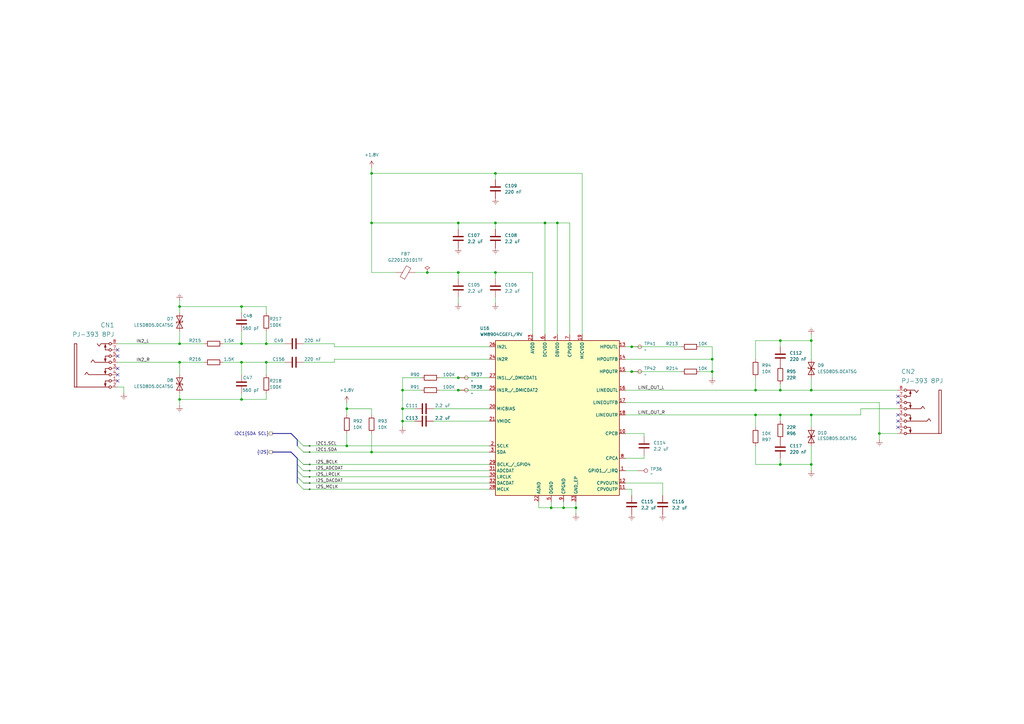
<source format=kicad_sch>
(kicad_sch (version 20231120) (generator "eeschema") (generator_version "8.0")
  (paper "A3")
  (title_block (title "i.MX6 Demo Board") (date "2024-05-26") (rev "00") (company "ts-manuel"))
  (lib_symbols
    (symbol "-- database:Capacitors/CAP_0402-220n-16V-X7R-10%" (pin_numbers hide) (pin_names (offset 0.254))
      (property "Reference" "C" (at 0.635 2.54 0))
      (property "Value" "220 nF" (at 0.635 -2.54 0))
      (symbol "Capacitors/CAP_0402-220n-16V-X7R-10%_1_1"
        (pin passive line (at 0 3.81 270) (length 2.794) (name "~") (number "1"))
        (pin passive line (at 0 -3.81 90) (length 2.794) (name "~") (number "2"))
      )
    )
    (symbol "-- database:Capacitors/CAP_0402-560p-50V-NP0-5%" (pin_numbers hide) (pin_names (offset 0.254))
      (property "Reference" "C" (at 0.635 2.54 0))
      (property "Value" "560 pF" (at 0.635 -2.54 0))
      (symbol "Capacitors/CAP_0402-560p-50V-NP0-5%_1_1"
        (pin passive line (at 0 3.81 270) (length 2.794) (name "~") (number "1"))
        (pin passive line (at 0 -3.81 90) (length 2.794) (name "~") (number "2"))
      )
    )
    (symbol "-- database:Capacitors/CAP_0603-2.2u-16V-X5R-10%" (pin_numbers hide) (pin_names (offset 0.254))
      (property "Reference" "C" (at 0.635 2.54 0))
      (property "Value" "2.2 uF" (at 0.635 -2.54 0))
      (symbol "Capacitors/CAP_0603-2.2u-16V-X5R-10%_1_1"
        (pin passive line (at 0 3.81 270) (length 2.794) (name "~") (number "1"))
        (pin passive line (at 0 -3.81 90) (length 2.794) (name "~") (number "2"))
      )
    )
    (symbol "-- database:Diodes/TVS_LESD8D5.0CAT5G" (pin_numbers hide) (pin_names (offset 1.016) hide)
      (property "Reference" "D" (at 0 2.54 0))
      (property "Value" "LESD8D5.0CAT5G" (at 0 -2.54 0))
      (symbol "Diodes/TVS_LESD8D5.0CAT5G_1_1"
        (pin passive line (at -3.81 0 0) (length 2.54) (name "A1") (number "1"))
        (pin passive line (at 3.81 0 180) (length 2.54) (name "A2") (number "2"))
      )
    )
    (symbol "-- database:Generic/FB_GZ2012D101TF" (pin_numbers hide) (pin_names (offset 0))
      (property "Reference" "FB" (at -3.81 0.635 90))
      (property "Value" "GZ2012D101TF" (at 3.81 0 90))
      (symbol "Generic/FB_GZ2012D101TF_1_1"
        (pin passive line (at 0 3.81 270) (length 2.54) (name "~") (number "1"))
        (pin passive line (at 0 -3.81 90) (length 2.54) (name "~") (number "2"))
      )
    )
    (symbol "-- database:Generic/TP_ROUND-1PAD" (pin_numbers hide) (pin_names (offset 0.762) hide)
      (property "Reference" "TP" (at 0 6.858 0))
      (symbol "Generic/TP_ROUND-1PAD_1_1"
        (pin passive line (at 0 0 90) (length 2.54) (name "1") (number "1"))
      )
    )
    (symbol "-- database:Integrated/INT-WM8904CGEFL/RV"
      (property "Reference" "U" (at -0.635 3.175 0))
      (property "Value" "WM8904CGEFL/RV" (at -1.27 0.635 0))
      (symbol "Integrated/INT-WM8904CGEFL/RV_1_0"
        (pin bidirectional line (at 53.34 -53.34 180) (length 2.54) (name "GPIO1_/_IRQ") (number "1"))
        (pin passive line (at 53.34 -38.1 180) (length 2.54) (name "CPCB") (number "10"))
        (pin passive line (at 53.34 -60.96 180) (length 2.54) (name "CPVOUTP") (number "11"))
        (pin passive line (at 53.34 -58.42 180) (length 2.54) (name "CPVOUTN") (number "12"))
        (pin passive line (at 53.34 -2.54 180) (length 2.54) (name "HPOUTL") (number "13"))
        (pin passive line (at 53.34 -7.62 180) (length 2.54) (name "HPOUTFB") (number "14"))
        (pin passive line (at 53.34 -12.7 180) (length 2.54) (name "HPOUTR") (number "15"))
        (pin passive line (at 53.34 -20.32 180) (length 2.54) (name "LINEOUTL") (number "16"))
        (pin passive line (at 53.34 -25.4 180) (length 2.54) (name "LINEOUTFB") (number "17"))
        (pin passive line (at 53.34 -30.48 180) (length 2.54) (name "LINEOUTR") (number "18"))
        (pin power_in line (at 35.56 2.54 270) (length 2.54) (name "MICVDD") (number "19"))
        (pin input line (at -2.54 -43.18 0) (length 2.54) (name "SCLK") (number "2"))
        (pin passive line (at -2.54 -27.94 0) (length 2.54) (name "MICBIAS") (number "20"))
        (pin passive line (at -2.54 -33.02 0) (length 2.54) (name "VMIDC") (number "21"))
        (pin power_in line (at 17.78 -66.04 90) (length 2.54) (name "AGND") (number "22"))
        (pin power_in line (at 15.24 2.54 270) (length 2.54) (name "AVDD") (number "23"))
        (pin passive line (at -2.54 -7.62 0) (length 2.54) (name "IN2R") (number "24"))
        (pin passive line (at -2.54 -20.32 0) (length 2.54) (name "IN1R_/_DMICDAT2") (number "25"))
        (pin passive line (at -2.54 -2.54 0) (length 2.54) (name "IN2L") (number "26"))
        (pin passive line (at -2.54 -15.24 0) (length 2.54) (name "IN1L_/_DMICDAT1") (number "27"))
        (pin input line (at -2.54 -60.96 0) (length 2.54) (name "MCLK") (number "28"))
        (pin bidirectional line (at -2.54 -50.8 0) (length 2.54) (name "BCLK_/_GPIO4") (number "29"))
        (pin bidirectional line (at -2.54 -45.72 0) (length 2.54) (name "SDA") (number "3"))
        (pin bidirectional line (at -2.54 -55.88 0) (length 2.54) (name "LRCLK") (number "30"))
        (pin output line (at -2.54 -53.34 0) (length 2.54) (name "ADCDAT") (number "31"))
        (pin input line (at -2.54 -58.42 0) (length 2.54) (name "DACDAT") (number "32"))
        (pin power_in line (at 33.02 -66.04 90) (length 2.54) (name "GND_EP") (number "33"))
        (pin power_in line (at 25.4 2.54 270) (length 2.54) (name "DBVDD") (number "4"))
        (pin power_in line (at 22.86 -66.04 90) (length 2.54) (name "DGND") (number "5"))
        (pin power_in line (at 20.32 2.54 270) (length 2.54) (name "DCVDD") (number "6"))
        (pin power_in line (at 30.48 2.54 270) (length 2.54) (name "CPVDD") (number "7"))
        (pin passive line (at 53.34 -48.26 180) (length 2.54) (name "CPCA") (number "8"))
        (pin power_in line (at 27.94 -66.04 90) (length 2.54) (name "CPGND") (number "9"))
      )
    )
    (symbol "-- database:Mechanical/Jack_SMD_3.5mm_PJ-393-8PJ"
      (property "Reference" "J" (at 11.43 6.35 0))
      (property "Value" "PJ-393 8PJ" (at 10.16 0.635 0))
      (symbol "Mechanical/Jack_SMD_3.5mm_PJ-393-8PJ_1_0"
        (pin passive line (at 2.54 7.62 180) (length 2.54) (name "C1") (number "1"))
        (pin passive line (at 2.54 10.16 180) (length 2.54) (name "S") (number "2"))
        (pin passive line (at 2.54 2.54 180) (length 2.54) (name "T") (number "3"))
        (pin passive line (at 2.54 5.08 180) (length 2.54) (name "C2") (number "4"))
        (pin passive line (at 2.54 -2.54 180) (length 2.54) (name "C1") (number "5"))
        (pin passive line (at 2.54 0 180) (length 2.54) (name "S") (number "6"))
        (pin passive line (at 2.54 -5.08 180) (length 2.54) (name "C2") (number "7"))
        (pin passive line (at 2.54 -7.62 180) (length 2.54) (name "T") (number "8"))
      )
    )
    (symbol "-- database:Resistors/RES-SMD-0402-100K-1/16W-1%" (pin_numbers hide) (pin_names (offset 0))
      (property "Reference" "R" (at 2.032 0 90))
      (property "Value" "100K" (at 0 0 90))
      (symbol "Resistors/RES-SMD-0402-100K-1/16W-1%_1_1"
        (pin passive line (at 0 3.81 270) (length 1.27) (name "~") (number "1"))
        (pin passive line (at 0 -3.81 90) (length 1.27) (name "~") (number "2"))
      )
    )
    (symbol "-- database:Resistors/RES-SMD-0402-10K-1/16W-1%" (pin_numbers hide) (pin_names (offset 0))
      (property "Reference" "R" (at 2.032 0 90))
      (property "Value" "10K" (at 0 0 90))
      (symbol "Resistors/RES-SMD-0402-10K-1/16W-1%_1_1"
        (pin passive line (at 0 3.81 270) (length 1.27) (name "~") (number "1"))
        (pin passive line (at 0 -3.81 90) (length 1.27) (name "~") (number "2"))
      )
    )
    (symbol "-- database:Resistors/RES-SMD-0402-1K5-1/16W-1%" (pin_numbers hide) (pin_names (offset 0))
      (property "Reference" "R" (at 2.032 0 90))
      (property "Value" "1.5K" (at 0 0 90))
      (symbol "Resistors/RES-SMD-0402-1K5-1/16W-1%_1_1"
        (pin passive line (at 0 3.81 270) (length 1.27) (name "~") (number "1"))
        (pin passive line (at 0 -3.81 90) (length 1.27) (name "~") (number "2"))
      )
    )
    (symbol "-- database:Resistors/RES-SMD-0402-22R-1/16W-1%" (pin_numbers hide) (pin_names (offset 0))
      (property "Reference" "R" (at 2.032 0 90))
      (property "Value" "22R" (at 0 0 90))
      (symbol "Resistors/RES-SMD-0402-22R-1/16W-1%_1_1"
        (pin passive line (at 0 3.81 270) (length 1.27) (name "~") (number "1"))
        (pin passive line (at 0 -3.81 90) (length 1.27) (name "~") (number "2"))
      )
    )
    (symbol "power:+9VA" (power) (pin_numbers hide) (pin_names (offset 0) hide)
      (property "Value" "+9VA" (at 0 3.556 0))
      (symbol "+9VA_1_1"
        (pin power_in line (at 0 0 90) (length 0) (name "~") (number "1"))
      )
    )
    (symbol "power:GNDREF" (power) (pin_numbers hide) (pin_names (offset 0) hide)
      (property "Value" "GNDREF" (at 0 -3.81 0))
      (symbol "GNDREF_1_1"
        (pin power_in line (at 0 0 270) (length 0) (name "~") (number "1"))
      )
    )
    (symbol "power:PWR_FLAG" (power) (pin_numbers hide) (pin_names (offset 0) hide)
      (property "Value" "PWR_FLAG" (at 0 3.81 0))
      (symbol "PWR_FLAG_0_0"
        (pin power_out line (at 0 0 90) (length 0) (name "~") (number "1"))
      )
    )
  )
  (junction (at 332.74 170.18))
  (junction (at 99.06 163.83))
  (junction (at 332.74 160.02))
  (junction (at 109.22 148.59))
  (junction (at 332.74 139.7))
  (junction (at 99.06 148.59))
  (junction (at 165.1 172.72))
  (junction (at 109.22 140.97))
  (junction (at 259.08 142.24))
  (junction (at 223.52 91.44))
  (junction (at 187.96 160.02))
  (junction (at 236.22 208.28))
  (junction (at 165.1 167.64))
  (junction (at 142.24 167.64))
  (junction (at 320.04 160.02))
  (junction (at 73.66 148.59))
  (junction (at 99.06 125.73))
  (junction (at 332.74 190.5))
  (junction (at 320.04 190.5))
  (junction (at 142.24 182.88))
  (junction (at 187.96 111.76))
  (junction (at 320.04 139.7))
  (junction (at 175.26 111.76))
  (junction (at 152.4 91.44))
  (junction (at 231.14 208.28))
  (junction (at 292.1 147.32))
  (junction (at 73.66 140.97))
  (junction (at 360.68 177.8))
  (junction (at 226.06 208.28))
  (junction (at 203.2 111.76))
  (junction (at 165.1 160.02))
  (junction (at 228.6 91.44))
  (junction (at 320.04 170.18))
  (junction (at 187.96 154.94))
  (junction (at 259.08 152.4))
  (junction (at 309.88 160.02))
  (junction (at 309.88 170.18))
  (junction (at 203.2 71.12))
  (junction (at 73.66 163.83))
  (junction (at 99.06 140.97))
  (junction (at 292.1 152.4))
  (junction (at 73.66 125.73))
  (junction (at 187.96 91.44))
  (junction (at 152.4 71.12))
  (junction (at 203.2 91.44))
  (junction (at 152.4 185.42))
  (no_connect (at 368.3 162.56))
  (no_connect (at 48.26 143.51))
  (no_connect (at 368.3 165.1))
  (no_connect (at 48.26 156.21))
  (no_connect (at 368.3 175.26))
  (no_connect (at 368.3 170.18))
  (no_connect (at 48.26 151.13))
  (no_connect (at 368.3 172.72))
  (no_connect (at 48.26 146.05))
  (no_connect (at 48.26 153.67))
  (bus_entry (at 121.92 187.96) (size 2.54 2.54))
  (bus_entry (at 121.92 198.12) (size 2.54 2.54))
  (bus_entry (at 121.92 190.5) (size 2.54 2.54))
  (bus_entry (at 121.92 182.88) (size 2.54 2.54))
  (bus_entry (at 121.92 193.04) (size 2.54 2.54))
  (bus_entry (at 121.92 195.58) (size 2.54 2.54))
  (bus_entry (at 121.92 180.34) (size 2.54 2.54))
  (wire (pts (xy 165.1 154.94) (xy 165.1 160.02)))
  (wire (pts (xy 124.46 185.42) (xy 152.4 185.42)))
  (wire (pts (xy 320.04 139.7) (xy 332.74 139.7)))
  (wire (pts (xy 203.2 93.98) (xy 203.2 91.44)))
  (wire (pts (xy 73.66 153.67) (xy 73.66 148.59)))
  (wire (pts (xy 236.22 208.28) (xy 231.14 208.28)))
  (wire (pts (xy 137.16 147.32) (xy 137.16 148.59)))
  (bus (pts (xy 111.76 185.42) (xy 119.38 185.42)))
  (wire (pts (xy 50.8 158.75) (xy 48.26 158.75)))
  (bus (pts (xy 121.92 193.04) (xy 121.92 195.58)))
  (wire (pts (xy 200.66 185.42) (xy 152.4 185.42)))
  (wire (pts (xy 231.14 208.28) (xy 226.06 208.28)))
  (wire (pts (xy 116.84 140.97) (xy 109.22 140.97)))
  (wire (pts (xy 228.6 91.44) (xy 233.68 91.44)))
  (wire (pts (xy 360.68 177.8) (xy 360.68 165.1)))
  (wire (pts (xy 124.46 148.59) (xy 137.16 148.59)))
  (bus (pts (xy 121.92 180.34) (xy 119.38 177.8)))
  (wire (pts (xy 223.52 91.44) (xy 223.52 137.16)))
  (wire (pts (xy 309.88 182.88) (xy 309.88 190.5)))
  (wire (pts (xy 220.98 208.28) (xy 220.98 205.74)))
  (wire (pts (xy 175.26 111.76) (xy 187.96 111.76)))
  (wire (pts (xy 231.14 208.28) (xy 231.14 205.74)))
  (wire (pts (xy 309.88 160.02) (xy 320.04 160.02)))
  (wire (pts (xy 309.88 170.18) (xy 320.04 170.18)))
  (wire (pts (xy 309.88 147.32) (xy 309.88 139.7)))
  (wire (pts (xy 50.8 158.75) (xy 50.8 161.29)))
  (wire (pts (xy 259.08 203.2) (xy 259.08 200.66)))
  (wire (pts (xy 99.06 163.83) (xy 73.66 163.83)))
  (wire (pts (xy 203.2 114.3) (xy 203.2 111.76)))
  (bus (pts (xy 121.92 187.96) (xy 119.38 185.42)))
  (wire (pts (xy 137.16 142.24) (xy 200.66 142.24)))
  (wire (pts (xy 152.4 71.12) (xy 152.4 91.44)))
  (wire (pts (xy 109.22 148.59) (xy 99.06 148.59)))
  (wire (pts (xy 124.46 200.66) (xy 200.66 200.66)))
  (wire (pts (xy 187.96 124.46) (xy 187.96 121.92)))
  (wire (pts (xy 309.88 154.94) (xy 309.88 160.02)))
  (wire (pts (xy 177.8 172.72) (xy 200.66 172.72)))
  (wire (pts (xy 109.22 135.89) (xy 109.22 140.97)))
  (wire (pts (xy 256.54 160.02) (xy 309.88 160.02)))
  (wire (pts (xy 109.22 125.73) (xy 99.06 125.73)))
  (wire (pts (xy 165.1 175.26) (xy 165.1 172.72)))
  (wire (pts (xy 292.1 147.32) (xy 292.1 152.4)))
  (wire (pts (xy 99.06 161.29) (xy 99.06 163.83)))
  (wire (pts (xy 142.24 167.64) (xy 142.24 170.18)))
  (wire (pts (xy 332.74 170.18) (xy 353.06 170.18)))
  (wire (pts (xy 256.54 152.4) (xy 259.08 152.4)))
  (wire (pts (xy 218.44 137.16) (xy 218.44 111.76)))
  (wire (pts (xy 287.02 142.24) (xy 292.1 142.24)))
  (wire (pts (xy 256.54 142.24) (xy 259.08 142.24)))
  (wire (pts (xy 320.04 170.18) (xy 332.74 170.18)))
  (wire (pts (xy 124.46 182.88) (xy 142.24 182.88)))
  (bus (pts (xy 121.92 190.5) (xy 121.92 193.04)))
  (wire (pts (xy 187.96 154.94) (xy 180.34 154.94)))
  (wire (pts (xy 187.96 93.98) (xy 187.96 91.44)))
  (wire (pts (xy 368.3 167.64) (xy 353.06 167.64)))
  (wire (pts (xy 109.22 161.29) (xy 109.22 163.83)))
  (wire (pts (xy 109.22 148.59) (xy 109.22 153.67)))
  (wire (pts (xy 48.26 148.59) (xy 73.66 148.59)))
  (wire (pts (xy 73.66 123.19) (xy 73.66 125.73)))
  (wire (pts (xy 203.2 91.44) (xy 223.52 91.44)))
  (wire (pts (xy 99.06 125.73) (xy 73.66 125.73)))
  (wire (pts (xy 320.04 190.5) (xy 332.74 190.5)))
  (wire (pts (xy 116.84 148.59) (xy 109.22 148.59)))
  (wire (pts (xy 73.66 161.29) (xy 73.66 163.83)))
  (wire (pts (xy 99.06 148.59) (xy 91.44 148.59)))
  (wire (pts (xy 152.4 68.58) (xy 152.4 71.12)))
  (wire (pts (xy 236.22 208.28) (xy 236.22 205.74)))
  (wire (pts (xy 320.04 160.02) (xy 332.74 160.02)))
  (wire (pts (xy 109.22 140.97) (xy 99.06 140.97)))
  (wire (pts (xy 165.1 160.02) (xy 165.1 167.64)))
  (wire (pts (xy 353.06 167.64) (xy 353.06 170.18)))
  (wire (pts (xy 152.4 167.64) (xy 152.4 170.18)))
  (wire (pts (xy 162.56 111.76) (xy 152.4 111.76)))
  (wire (pts (xy 99.06 148.59) (xy 99.06 153.67)))
  (wire (pts (xy 99.06 140.97) (xy 91.44 140.97)))
  (wire (pts (xy 203.2 111.76) (xy 187.96 111.76)))
  (wire (pts (xy 172.72 160.02) (xy 165.1 160.02)))
  (wire (pts (xy 309.88 190.5) (xy 320.04 190.5)))
  (wire (pts (xy 152.4 91.44) (xy 152.4 111.76)))
  (wire (pts (xy 226.06 208.28) (xy 220.98 208.28)))
  (wire (pts (xy 142.24 167.64) (xy 152.4 167.64)))
  (wire (pts (xy 218.44 111.76) (xy 203.2 111.76)))
  (wire (pts (xy 142.24 165.1) (xy 142.24 167.64)))
  (wire (pts (xy 203.2 71.12) (xy 238.76 71.12)))
  (wire (pts (xy 180.34 160.02) (xy 187.96 160.02)))
  (wire (pts (xy 99.06 135.89) (xy 99.06 140.97)))
  (wire (pts (xy 287.02 152.4) (xy 292.1 152.4)))
  (wire (pts (xy 152.4 91.44) (xy 187.96 91.44)))
  (wire (pts (xy 226.06 208.28) (xy 226.06 205.74)))
  (wire (pts (xy 332.74 139.7) (xy 332.74 147.32)))
  (wire (pts (xy 152.4 177.8) (xy 152.4 185.42)))
  (wire (pts (xy 177.8 167.64) (xy 200.66 167.64)))
  (wire (pts (xy 236.22 210.82) (xy 236.22 208.28)))
  (wire (pts (xy 360.68 177.8) (xy 360.68 180.34)))
  (wire (pts (xy 124.46 195.58) (xy 200.66 195.58)))
  (wire (pts (xy 332.74 190.5) (xy 332.74 193.04)))
  (wire (pts (xy 73.66 135.89) (xy 73.66 140.97)))
  (wire (pts (xy 238.76 137.16) (xy 238.76 71.12)))
  (wire (pts (xy 264.16 179.07) (xy 264.16 177.8)))
  (wire (pts (xy 73.66 125.73) (xy 73.66 128.27)))
  (wire (pts (xy 228.6 91.44) (xy 228.6 137.16)))
  (wire (pts (xy 124.46 190.5) (xy 200.66 190.5)))
  (wire (pts (xy 137.16 140.97) (xy 137.16 142.24)))
  (wire (pts (xy 292.1 152.4) (xy 292.1 154.94)))
  (wire (pts (xy 264.16 187.96) (xy 264.16 186.69)))
  (bus (pts (xy 121.92 187.96) (xy 121.92 190.5)))
  (wire (pts (xy 48.26 140.97) (xy 73.66 140.97)))
  (wire (pts (xy 175.26 111.76) (xy 170.18 111.76)))
  (wire (pts (xy 99.06 125.73) (xy 99.06 128.27)))
  (wire (pts (xy 152.4 71.12) (xy 203.2 71.12)))
  (wire (pts (xy 142.24 182.88) (xy 200.66 182.88)))
  (wire (pts (xy 264.16 177.8) (xy 256.54 177.8)))
  (wire (pts (xy 200.66 154.94) (xy 187.96 154.94)))
  (wire (pts (xy 259.08 142.24) (xy 279.4 142.24)))
  (wire (pts (xy 256.54 147.32) (xy 292.1 147.32)))
  (wire (pts (xy 124.46 193.04) (xy 200.66 193.04)))
  (bus (pts (xy 111.76 177.8) (xy 119.38 177.8)))
  (wire (pts (xy 73.66 163.83) (xy 73.66 166.37)))
  (wire (pts (xy 332.74 139.7) (xy 332.74 137.16)))
  (wire (pts (xy 83.82 140.97) (xy 73.66 140.97)))
  (wire (pts (xy 320.04 190.5) (xy 320.04 187.96)))
  (wire (pts (xy 332.74 175.26) (xy 332.74 170.18)))
  (wire (pts (xy 259.08 200.66) (xy 256.54 200.66)))
  (wire (pts (xy 256.54 170.18) (xy 309.88 170.18)))
  (wire (pts (xy 124.46 198.12) (xy 200.66 198.12)))
  (wire (pts (xy 332.74 154.94) (xy 332.74 160.02)))
  (wire (pts (xy 124.46 140.97) (xy 137.16 140.97)))
  (wire (pts (xy 332.74 160.02) (xy 368.3 160.02)))
  (wire (pts (xy 309.88 139.7) (xy 320.04 139.7)))
  (wire (pts (xy 165.1 172.72) (xy 165.1 167.64)))
  (wire (pts (xy 165.1 167.64) (xy 170.18 167.64)))
  (bus (pts (xy 121.92 180.34) (xy 121.92 182.88)))
  (wire (pts (xy 320.04 172.72) (xy 320.04 170.18)))
  (wire (pts (xy 83.82 148.59) (xy 73.66 148.59)))
  (wire (pts (xy 271.78 198.12) (xy 271.78 203.2)))
  (wire (pts (xy 256.54 198.12) (xy 271.78 198.12)))
  (wire (pts (xy 309.88 175.26) (xy 309.88 170.18)))
  (wire (pts (xy 320.04 157.48) (xy 320.04 160.02)))
  (wire (pts (xy 292.1 142.24) (xy 292.1 147.32)))
  (wire (pts (xy 203.2 73.66) (xy 203.2 71.12)))
  (wire (pts (xy 187.96 114.3) (xy 187.96 111.76)))
  (wire (pts (xy 203.2 124.46) (xy 203.2 121.92)))
  (wire (pts (xy 259.08 152.4) (xy 279.4 152.4)))
  (wire (pts (xy 320.04 139.7) (xy 320.04 142.24)))
  (wire (pts (xy 233.68 91.44) (xy 233.68 137.16)))
  (wire (pts (xy 172.72 154.94) (xy 165.1 154.94)))
  (wire (pts (xy 142.24 177.8) (xy 142.24 182.88)))
  (wire (pts (xy 187.96 160.02) (xy 200.66 160.02)))
  (bus (pts (xy 121.92 195.58) (xy 121.92 198.12)))
  (wire (pts (xy 109.22 125.73) (xy 109.22 128.27)))
  (wire (pts (xy 256.54 193.04) (xy 261.62 193.04)))
  (wire (pts (xy 137.16 147.32) (xy 200.66 147.32)))
  (wire (pts (xy 256.54 187.96) (xy 264.16 187.96)))
  (wire (pts (xy 256.54 165.1) (xy 360.68 165.1)))
  (wire (pts (xy 109.22 163.83) (xy 99.06 163.83)))
  (wire (pts (xy 368.3 177.8) (xy 360.68 177.8)))
  (wire (pts (xy 332.74 190.5) (xy 332.74 182.88)))
  (wire (pts (xy 165.1 172.72) (xy 170.18 172.72)))
  (wire (pts (xy 223.52 91.44) (xy 228.6 91.44)))
  (wire (pts (xy 187.96 91.44) (xy 203.2 91.44)))
  (label "I2C1.SCL" (at 129.54 182.88 0))
  (label "I2S_MCLK" (at 129.54 200.66 0))
  (label "I2S_LRCLK" (at 129.54 195.58 0))
  (label "IN2_R" (at 55.88 148.59 0))
  (label "IN2_L" (at 55.88 140.97 0))
  (label "LINE_OUT_R" (at 261.62 170.18 0))
  (label "I2S_DACDAT" (at 129.54 198.12 0))
  (label "I2C1.SDA" (at 129.54 185.42 0))
  (label "LINE_OUT_L" (at 261.62 160.02 0))
  (label "I2S_ADCDAT" (at 129.54 193.04 0))
  (label "I2S_BCLK" (at 129.54 190.5 0))
  (hierarchical_label "{I2S}" (shape passive) (at 111.76 185.42 180))
  (hierarchical_label "I2C1{SDA SCL}" (shape passive) (at 111.76 177.8 180))
  (netclass_flag "" (length 2.54) (shape dot) (at 124.46 193.04 270) (property "Netclass" "AUDIO_CODEC" (effects (hide yes))))
  (netclass_flag "" (length 2.54) (shape dot) (at 124.46 182.88 270) (property "Netclass" "AUDIO_CODEC" (effects (hide yes))))
  (netclass_flag "" (length 2.54) (shape dot) (at 124.46 195.58 270) (property "Netclass" "AUDIO_CODEC" (effects (hide yes))))
  (netclass_flag "" (length 2.54) (shape dot) (at 124.46 200.66 270) (property "Netclass" "AUDIO_CODEC" (effects (hide yes))))
  (netclass_flag "" (length 2.54) (shape dot) (at 124.46 190.5 270) (property "Netclass" "AUDIO_CODEC" (effects (hide yes))))
  (netclass_flag "" (length 2.54) (shape dot) (at 124.46 198.12 270) (property "Netclass" "AUDIO_CODEC" (effects (hide yes))))
  (netclass_flag "" (length 2.54) (shape dot) (at 124.46 185.42 270) (property "Netclass" "AUDIO_CODEC" (effects (hide yes))))
  (symbol (lib_id "-- database:Resistors/RES-SMD-0402-10K-1/16W-1%") (at 283.21 142.24 90) (unit 1)
    (property "Reference" "R213" (at 275.59 140.97 90))
    (property "Value" "10K" (at 288.29 140.97 90))
    (property "Footprint" "ts_Passives:RES-0402" (effects (hide yes)))
    (property "Description" "Thick Film Resistor - SMD 0402 10K 1% 1/16W" (effects (hide yes)))
    (property "Tollerance" "1%" (effects (hide yes)))
    (property "Power" "1/16W" (effects (hide yes)))
    (property "Manufacturer" "Generic" (effects (hide yes)))
    (property "Mouser" "303-0402WGF1002TCE" (effects (hide yes)))
    (property "LCSC" "C25744" (effects (hide yes)))
    (property "Stock" "0" (effects (hide yes)))
  )
  (symbol (lib_id "-- database:Generic/TP_ROUND-1PAD") (at 187.96 160.02 270) (unit 1) (in_bom no)
    (property "Reference" "TP38" (at 193.04 158.75 90) (effects (justify left)))
    (property "Value" "~" (at 193.04 161.29 90) (effects (justify left)))
    (property "Footprint" "ts_Mechanical:TestPoint_Pad_D0.5mm" (effects (hide yes)))
    (property "Description" "Test Point Round" (effects (hide yes)))
  )
  (symbol (lib_id "power:GNDREF") (at 203.2 81.28 0) (unit 1)
    (property "Reference" "#PWR0205" (effects (hide yes)))
    (property "Value" "GNDREF" (effects (hide yes)))
    (property "Description" "Power symbol creates a global label with name \"GNDREF\" , reference supply ground" (effects (hide yes)))
  )
  (symbol (lib_id "-- database:Resistors/RES-SMD-0402-10K-1/16W-1%") (at 309.88 179.07 0) (mirror x) (unit 1)
    (property "Reference" "R97" (at 312.42 180.3401 0) (effects (justify left)))
    (property "Value" "10K" (at 312.42 177.8001 0) (effects (justify left)))
    (property "Footprint" "ts_Passives:RES-0402" (effects (hide yes)))
    (property "Description" "Thick Film Resistor - SMD 0402 10K 1% 1/16W" (effects (hide yes)))
    (property "Tollerance" "1%" (effects (hide yes)))
    (property "Power" "1/16W" (effects (hide yes)))
    (property "Manufacturer" "Generic" (effects (hide yes)))
    (property "Mouser" "303-0402WGF1002TCE" (effects (hide yes)))
    (property "LCSC" "C25744" (effects (hide yes)))
    (property "Stock" "0" (effects (hide yes)))
  )
  (symbol (lib_id "-- database:Generic/TP_ROUND-1PAD") (at 187.96 154.94 270) (unit 1) (in_bom no)
    (property "Reference" "TP37" (at 193.04 153.67 90) (effects (justify left)))
    (property "Value" "~" (at 193.04 156.21 90) (effects (justify left)))
    (property "Footprint" "ts_Mechanical:TestPoint_Pad_D0.5mm" (effects (hide yes)))
    (property "Description" "Test Point Round" (effects (hide yes)))
  )
  (symbol (lib_id "-- database:Diodes/TVS_LESD8D5.0CAT5G") (at 332.74 151.13 90) (unit 1)
    (property "Reference" "D9" (at 335.28 149.8599 90) (effects (justify right)))
    (property "Value" "LESD8D5.0CAT5G" (at 335.28 152.4 90) (effects (justify right)))
    (property "Footprint" "ts_Passives:D_SOD-882" (effects (hide yes)))
    (property "Description" "TVS SMD SOD882 - Bidirectional TVS Single Channel 5V 500nA 15pF" (effects (hide yes)))
    (property "Forward Voltage" "5 V" (effects (hide yes)))
    (property "Reverse Voltage" "5 V" (effects (hide yes)))
    (property "Reverse Current" "500 nA" (effects (hide yes)))
    (property "Manufacturer" "LCR" (effects (hide yes)))
    (property "MPN" "LESD8D5.0CAT5G" (effects (hide yes)))
    (property "LCSC" "C172411" (effects (hide yes)))
    (property "Stock" "0" (effects (hide yes)))
  )
  (symbol (lib_id "-- database:Resistors/RES-SMD-0402-10K-1/16W-1%") (at 152.4 173.99 0) (unit 1)
    (property "Reference" "R93" (at 154.94 172.7199 0) (effects (justify left)))
    (property "Value" "10K" (at 154.94 175.2599 0) (effects (justify left)))
    (property "Footprint" "ts_Passives:RES-0402" (effects (hide yes)))
    (property "Description" "Thick Film Resistor - SMD 0402 10K 1% 1/16W" (effects (hide yes)))
    (property "Tollerance" "1%" (effects (hide yes)))
    (property "Power" "1/16W" (effects (hide yes)))
    (property "Manufacturer" "Generic" (effects (hide yes)))
    (property "Mouser" "303-0402WGF1002TCE" (effects (hide yes)))
    (property "LCSC" "C25744" (effects (hide yes)))
    (property "Stock" "0" (effects (hide yes)))
  )
  (symbol (lib_id "-- database:Capacitors/CAP_0603-2.2u-16V-X5R-10%") (at 203.2 97.79 0) (unit 1)
    (property "Reference" "C108" (at 207.01 96.5199 0) (effects (justify left)))
    (property "Value" "2.2 uF" (at 207.01 99.06 0) (effects (justify left)))
    (property "Footprint" "ts_Passives:CAP-0603" (effects (hide yes)))
    (property "Description" "MLCC - SMD 0603 2.2uF 16V X5R 10%" (effects (hide yes)))
    (property "Voltage" "16 V" (effects (hide yes)))
    (property "Dielectric" "X5R" (effects (hide yes)))
    (property "Tollerance" "10 %" (effects (hide yes)))
    (property "Manufacturer" "Generic" (effects (hide yes)))
    (property "Mouser" "187-CL21A225KBQNNNE" (effects (hide yes)))
    (property "LCSC" "C23630" (effects (hide yes)))
    (property "Stock" "0" (effects (hide yes)))
  )
  (symbol (lib_id "-- database:Diodes/TVS_LESD8D5.0CAT5G") (at 332.74 179.07 90) (mirror x) (unit 1)
    (property "Reference" "D10" (at 335.28 177.546 90) (effects (justify right)))
    (property "Value" "LESD8D5.0CAT5G" (at 335.28 179.8319 90) (effects (justify right)))
    (property "Footprint" "ts_Passives:D_SOD-882" (effects (hide yes)))
    (property "Description" "TVS SMD SOD882 - Bidirectional TVS Single Channel 5V 500nA 15pF" (effects (hide yes)))
    (property "Forward Voltage" "5 V" (effects (hide yes)))
    (property "Reverse Voltage" "5 V" (effects (hide yes)))
    (property "Reverse Current" "500 nA" (effects (hide yes)))
    (property "Manufacturer" "LCR" (effects (hide yes)))
    (property "MPN" "LESD8D5.0CAT5G" (effects (hide yes)))
    (property "LCSC" "C172411" (effects (hide yes)))
    (property "Stock" "0" (effects (hide yes)))
  )
  (symbol (lib_id "-- database:Resistors/RES-SMD-0402-100K-1/16W-1%") (at 176.53 154.94 90) (unit 1)
    (property "Reference" "R90" (at 170.18 153.67 90))
    (property "Value" "100K" (at 184.15 153.67 90))
    (property "Footprint" "ts_Passives:RES-0402" (effects (hide yes)))
    (property "Description" "Thick Film Resistor - SMD 0402 100K 1% 1/16W" (effects (hide yes)))
    (property "Tollerance" "1%" (effects (hide yes)))
    (property "Power" "1/16W" (effects (hide yes)))
    (property "Manufacturer" "Generic" (effects (hide yes)))
    (property "Mouser" "603-RC0402FR-0100KL" (effects (hide yes)))
    (property "LCSC" "C25741" (effects (hide yes)))
    (property "Stock" "0" (effects (hide yes)))
  )
  (symbol (lib_id "power:GNDREF") (at 292.1 154.94 0) (unit 1)
    (property "Reference" "#PWR0193" (effects (hide yes)))
    (property "Value" "GNDREF" (effects (hide yes)))
    (property "Description" "Power symbol creates a global label with name \"GNDREF\" , reference supply ground" (effects (hide yes)))
  )
  (symbol (lib_id "-- database:Capacitors/CAP_0603-2.2u-16V-X5R-10%") (at 259.08 207.01 0) (unit 1)
    (property "Reference" "C115" (at 262.89 205.7399 0) (effects (justify left)))
    (property "Value" "2.2 uF" (at 262.89 208.2799 0) (effects (justify left)))
    (property "Footprint" "ts_Passives:CAP-0603" (effects (hide yes)))
    (property "Description" "MLCC - SMD 0603 2.2uF 16V X5R 10%" (effects (hide yes)))
    (property "Voltage" "16 V" (effects (hide yes)))
    (property "Dielectric" "X5R" (effects (hide yes)))
    (property "Tollerance" "10 %" (effects (hide yes)))
    (property "Manufacturer" "Generic" (effects (hide yes)))
    (property "Mouser" "187-CL21A225KBQNNNE" (effects (hide yes)))
    (property "LCSC" "C23630" (effects (hide yes)))
    (property "Stock" "0" (effects (hide yes)))
  )
  (symbol (lib_id "-- database:Resistors/RES-SMD-0402-100K-1/16W-1%") (at 176.53 160.02 90) (unit 1)
    (property "Reference" "R91" (at 170.18 158.75 90))
    (property "Value" "100K" (at 184.15 158.75 90))
    (property "Footprint" "ts_Passives:RES-0402" (effects (hide yes)))
    (property "Description" "Thick Film Resistor - SMD 0402 100K 1% 1/16W" (effects (hide yes)))
    (property "Tollerance" "1%" (effects (hide yes)))
    (property "Power" "1/16W" (effects (hide yes)))
    (property "Manufacturer" "Generic" (effects (hide yes)))
    (property "Mouser" "603-RC0402FR-0100KL" (effects (hide yes)))
    (property "LCSC" "C25741" (effects (hide yes)))
    (property "Stock" "0" (effects (hide yes)))
  )
  (symbol (lib_id "power:GNDREF") (at 203.2 124.46 0) (unit 1)
    (property "Reference" "#PWR0203" (effects (hide yes)))
    (property "Value" "GNDREF" (effects (hide yes)))
    (property "Description" "Power symbol creates a global label with name \"GNDREF\" , reference supply ground" (effects (hide yes)))
  )
  (symbol (lib_id "-- database:Integrated/INT-WM8904CGEFL/RV") (at 203.2 139.7 0) (unit 1)
    (property "Reference" "U16" (at 196.85 134.62 0) (effects (justify left)))
    (property "Value" "WM8904CGEFL/RV" (at 196.85 137.16 0) (effects (justify left)))
    (property "Footprint" "Package_DFN_QFN:QFN-32-1EP_4x4mm_P0.4mm_EP2.65x2.65mm" (effects (hide yes)))
    (property "Datasheet" "https://wmsc.lcsc.com/wmsc/upload/file/pdf/v2/lcsc/1912111437_Cirrus-Logic-WM8904CGEFL-RV_C323845.pdf" (effects (hide yes)))
    (property "Description" "VQFN32 - Ultra Low-Power Codec for Portable Audio Applications" (effects (hide yes)))
    (property "LCSC" "C323845" (effects (hide yes)))
    (property "Mouser" "238-WM8904CGEFL/RV" (effects (hide yes)))
    (property "Manufacturer" "Cirrus Logic" (effects (hide yes)))
    (property "MPN" "WM8904CGEFL/RV" (effects (hide yes)))
    (property "Stock" "0" (effects (hide yes)))
  )
  (symbol (lib_id "power:GNDREF") (at 332.74 193.04 0) (unit 1)
    (property "Reference" "#PWR0215" (effects (hide yes)))
    (property "Value" "GNDREF" (effects (hide yes)))
    (property "Description" "Power symbol creates a global label with name \"GNDREF\" , reference supply ground" (effects (hide yes)))
  )
  (symbol (lib_id "power:GNDREF") (at 165.1 175.26 0) (unit 1)
    (property "Reference" "#PWR0210" (effects (hide yes)))
    (property "Value" "GNDREF" (effects (hide yes)))
    (property "Description" "Power symbol creates a global label with name \"GNDREF\" , reference supply ground" (effects (hide yes)))
  )
  (symbol (lib_id "-- database:Capacitors/CAP_0402-220n-16V-X7R-10%") (at 120.65 140.97 90) (unit 1)
    (property "Reference" "C49" (at 114.3 139.7 90))
    (property "Value" "220 nF" (at 128.27 139.7 90))
    (property "Footprint" "ts_Passives:CAP-0402" (effects (hide yes)))
    (property "Description" "MLCC - SMD 0402 220nF 16V X7R 10%" (effects (hide yes)))
    (property "Voltage" "16 V" (effects (hide yes)))
    (property "Dielectric" "X7R" (effects (hide yes)))
    (property "Tollerance" "10 %" (effects (hide yes)))
    (property "Manufacturer" "Generic" (effects (hide yes)))
    (property "LCSC" "C192432" (effects (hide yes)))
  )
  (symbol (lib_id "-- database:Capacitors/CAP_0402-560p-50V-NP0-5%") (at 99.06 132.08 180) (unit 1)
    (property "Reference" "C48" (at 101.6 129.54 0))
    (property "Value" "560 pF" (at 102.87 134.62 0))
    (property "Footprint" "ts_Passives:CAP-0402" (effects (hide yes)))
    (property "Description" "MLCC - SMD 0402 560pF 50V NP0 5%" (effects (hide yes)))
    (property "Voltage" "50 V" (effects (hide yes)))
    (property "Dielectric" "NP0" (effects (hide yes)))
    (property "Tollerance" "5 %" (effects (hide yes)))
    (property "Manufacturer" "Generic" (effects (hide yes)))
    (property "Mouser" "603-CC402JRNPO9BN561" (effects (hide yes)))
    (property "LCSC" "C107008" (effects (hide yes)))
  )
  (symbol (lib_id "power:PWR_FLAG") (at 175.26 111.76 0) (unit 1)
    (property "Reference" "#FLG017" (effects (hide yes)))
    (property "Value" "PWR_FLAG" (effects (hide yes)))
    (property "Description" "Special symbol for telling ERC where power comes from" (effects (hide yes)))
  )
  (symbol (lib_id "-- database:Generic/FB_GZ2012D101TF") (at 166.37 111.76 90) (unit 1)
    (property "Reference" "FB7" (at 166.3192 104.14 90))
    (property "Value" "GZ2012D101TF" (at 166.3192 106.68 90))
    (property "Footprint" "ts_Passives:FB-0805" (effects (hide yes)))
    (property "Description" "Multilayer Chip Ferrite Bead SMD 0805 100Ohm @100MHz 500mA 150mOhm 25%" (effects (hide yes)))
    (property "Manufacturer" "Sunlord" (effects (hide yes)))
    (property "MPN" "GZ2012D101TF" (effects (hide yes)))
    (property "LCSC" "C1015" (effects (hide yes)))
  )
  (symbol (lib_id "-- database:Capacitors/CAP_0603-2.2u-16V-X5R-10%") (at 173.99 167.64 90) (unit 1)
    (property "Reference" "C111" (at 168.91 166.37 90))
    (property "Value" "2.2 uF" (at 181.61 166.37 90))
    (property "Footprint" "ts_Passives:CAP-0603" (effects (hide yes)))
    (property "Description" "MLCC - SMD 0603 2.2uF 16V X5R 10%" (effects (hide yes)))
    (property "Voltage" "16 V" (effects (hide yes)))
    (property "Dielectric" "X5R" (effects (hide yes)))
    (property "Tollerance" "10 %" (effects (hide yes)))
    (property "Manufacturer" "Generic" (effects (hide yes)))
    (property "Mouser" "187-CL21A225KBQNNNE" (effects (hide yes)))
    (property "LCSC" "C23630" (effects (hide yes)))
    (property "Stock" "0" (effects (hide yes)))
  )
  (symbol (lib_id "power:GNDREF") (at 187.96 101.6 0) (unit 1)
    (property "Reference" "#PWR0200" (effects (hide yes)))
    (property "Value" "GNDREF" (effects (hide yes)))
    (property "Description" "Power symbol creates a global label with name \"GNDREF\" , reference supply ground" (effects (hide yes)))
  )
  (symbol (lib_id "-- database:Resistors/RES-SMD-0402-1K5-1/16W-1%") (at 87.63 140.97 90) (unit 1)
    (property "Reference" "R215" (at 80.01 139.7 90))
    (property "Value" "1.5K" (at 93.98 139.7 90))
    (property "Footprint" "ts_Passives:RES-0402" (effects (hide yes)))
    (property "Description" "Thick Film Resistor - SMD 0402 1K 1% 1/16W" (effects (hide yes)))
    (property "Tollerance" "1%" (effects (hide yes)))
    (property "Power" "1/16W" (effects (hide yes)))
    (property "Manufacturer" "Generic" (effects (hide yes)))
    (property "Mouser" "303-0402WGF1501TCE" (effects (hide yes)))
    (property "LCSC" "C25867" (effects (hide yes)))
    (property "Stock" "0" (effects (hide yes)))
  )
  (symbol (lib_id "-- database:Capacitors/CAP_0402-220n-16V-X7R-10%") (at 320.04 146.05 0) (unit 1)
    (property "Reference" "C112" (at 323.85 144.7799 0) (effects (justify left)))
    (property "Value" "220 nF" (at 323.85 147.3199 0) (effects (justify left)))
    (property "Footprint" "ts_Passives:CAP-0402" (effects (hide yes)))
    (property "Description" "MLCC - SMD 0402 220nF 16V X7R 10%" (effects (hide yes)))
    (property "Voltage" "16 V" (effects (hide yes)))
    (property "Dielectric" "X7R" (effects (hide yes)))
    (property "Tollerance" "10 %" (effects (hide yes)))
    (property "Manufacturer" "Generic" (effects (hide yes)))
    (property "LCSC" "C192432" (effects (hide yes)))
  )
  (symbol (lib_id "-- database:Capacitors/CAP_0402-220n-16V-X7R-10%") (at 120.65 148.59 90) (unit 1)
    (property "Reference" "C156" (at 114.3 147.32 90))
    (property "Value" "220 nF" (at 128.27 147.32 90))
    (property "Footprint" "ts_Passives:CAP-0402" (effects (hide yes)))
    (property "Description" "MLCC - SMD 0402 220nF 16V X7R 10%" (effects (hide yes)))
    (property "Voltage" "16 V" (effects (hide yes)))
    (property "Dielectric" "X7R" (effects (hide yes)))
    (property "Tollerance" "10 %" (effects (hide yes)))
    (property "Manufacturer" "Generic" (effects (hide yes)))
    (property "LCSC" "C192432" (effects (hide yes)))
  )
  (symbol (lib_id "-- database:Resistors/RES-SMD-0402-22R-1/16W-1%") (at 320.04 176.53 0) (mirror x) (unit 1)
    (property "Reference" "R96" (at 322.58 177.8001 0) (effects (justify left)))
    (property "Value" "22R" (at 322.58 175.2601 0) (effects (justify left)))
    (property "Footprint" "ts_Passives:RES-0402" (effects (hide yes)))
    (property "Description" "Thick Film Resistor - SMD 0402 22R 1% 1/16W" (effects (hide yes)))
    (property "Tollerance" "1%" (effects (hide yes)))
    (property "Power" "1/16W" (effects (hide yes)))
    (property "Manufacturer" "Generic" (effects (hide yes)))
    (property "Mouser" "603-RC0402FR-0722RL" (effects (hide yes)))
    (property "LCSC" "C25092" (effects (hide yes)))
    (property "Stock" "0" (effects (hide yes)))
  )
  (symbol (lib_id "-- database:Resistors/RES-SMD-0402-10K-1/16W-1%") (at 283.21 152.4 90) (unit 1)
    (property "Reference" "R214" (at 275.59 151.13 90))
    (property "Value" "10K" (at 288.29 151.13 90))
    (property "Footprint" "ts_Passives:RES-0402" (effects (hide yes)))
    (property "Description" "Thick Film Resistor - SMD 0402 10K 1% 1/16W" (effects (hide yes)))
    (property "Tollerance" "1%" (effects (hide yes)))
    (property "Power" "1/16W" (effects (hide yes)))
    (property "Manufacturer" "Generic" (effects (hide yes)))
    (property "Mouser" "303-0402WGF1002TCE" (effects (hide yes)))
    (property "LCSC" "C25744" (effects (hide yes)))
    (property "Stock" "0" (effects (hide yes)))
  )
  (symbol (lib_id "power:GNDREF") (at 203.2 101.6 0) (unit 1)
    (property "Reference" "#PWR0201" (effects (hide yes)))
    (property "Value" "GNDREF" (effects (hide yes)))
    (property "Description" "Power symbol creates a global label with name \"GNDREF\" , reference supply ground" (effects (hide yes)))
  )
  (symbol (lib_id "-- database:Generic/TP_ROUND-1PAD") (at 261.62 193.04 270) (unit 1) (in_bom no)
    (property "Reference" "TP36" (at 266.7 192.4049 90) (effects (justify left)))
    (property "Value" "~" (at 266.7 194.31 90) (effects (justify left)))
    (property "Footprint" "ts_Mechanical:TestPoint_Pad_D0.5mm" (effects (hide yes)))
    (property "Description" "Test Point Round" (effects (hide yes)))
  )
  (symbol (lib_id "-- database:Generic/TP_ROUND-1PAD") (at 259.08 142.24 270) (unit 1) (in_bom no)
    (property "Reference" "TP41" (at 264.16 140.97 90) (effects (justify left)))
    (property "Value" "~" (at 264.16 143.51 90) (effects (justify left)))
    (property "Footprint" "ts_Mechanical:TestPoint_Pad_D0.5mm" (effects (hide yes)))
    (property "Description" "Test Point Round" (effects (hide yes)))
  )
  (symbol (lib_id "-- database:Diodes/TVS_LESD8D5.0CAT5G") (at 73.66 132.08 270) (mirror x) (unit 1)
    (property "Reference" "D7" (at 71.12 130.8099 90) (effects (justify right)))
    (property "Value" "LESD8D5.0CAT5G" (at 71.12 133.35 90) (effects (justify right)))
    (property "Footprint" "ts_Passives:D_SOD-882" (effects (hide yes)))
    (property "Description" "TVS SMD SOD882 - Bidirectional TVS Single Channel 5V 500nA 15pF" (effects (hide yes)))
    (property "Forward Voltage" "5 V" (effects (hide yes)))
    (property "Reverse Voltage" "5 V" (effects (hide yes)))
    (property "Reverse Current" "500 nA" (effects (hide yes)))
    (property "Manufacturer" "LCR" (effects (hide yes)))
    (property "MPN" "LESD8D5.0CAT5G" (effects (hide yes)))
    (property "LCSC" "C172411" (effects (hide yes)))
    (property "Stock" "0" (effects (hide yes)))
  )
  (symbol (lib_id "-- database:Capacitors/CAP_0603-2.2u-16V-X5R-10%") (at 187.96 118.11 0) (unit 1)
    (property "Reference" "C105" (at 191.77 116.8399 0) (effects (justify left)))
    (property "Value" "2.2 uF" (at 191.77 119.3799 0) (effects (justify left)))
    (property "Footprint" "ts_Passives:CAP-0603" (effects (hide yes)))
    (property "Description" "MLCC - SMD 0603 2.2uF 16V X5R 10%" (effects (hide yes)))
    (property "Voltage" "16 V" (effects (hide yes)))
    (property "Dielectric" "X5R" (effects (hide yes)))
    (property "Tollerance" "10 %" (effects (hide yes)))
    (property "Manufacturer" "Generic" (effects (hide yes)))
    (property "Mouser" "187-CL21A225KBQNNNE" (effects (hide yes)))
    (property "LCSC" "C23630" (effects (hide yes)))
    (property "Stock" "0" (effects (hide yes)))
  )
  (symbol (lib_id "power:GNDREF") (at 50.8 161.29 0) (mirror y) (unit 1)
    (property "Reference" "#PWR0206" (effects (hide yes)))
    (property "Value" "GNDREF" (effects (hide yes)))
    (property "Description" "Power symbol creates a global label with name \"GNDREF\" , reference supply ground" (effects (hide yes)))
  )
  (symbol (lib_id "-- database:Capacitors/CAP_0603-2.2u-16V-X5R-10%") (at 187.96 97.79 0) (unit 1)
    (property "Reference" "C107" (at 191.77 96.5199 0) (effects (justify left)))
    (property "Value" "2.2 uF" (at 191.77 99.0599 0) (effects (justify left)))
    (property "Footprint" "ts_Passives:CAP-0603" (effects (hide yes)))
    (property "Description" "MLCC - SMD 0603 2.2uF 16V X5R 10%" (effects (hide yes)))
    (property "Voltage" "16 V" (effects (hide yes)))
    (property "Dielectric" "X5R" (effects (hide yes)))
    (property "Tollerance" "10 %" (effects (hide yes)))
    (property "Manufacturer" "Generic" (effects (hide yes)))
    (property "Mouser" "187-CL21A225KBQNNNE" (effects (hide yes)))
    (property "LCSC" "C23630" (effects (hide yes)))
    (property "Stock" "0" (effects (hide yes)))
  )
  (symbol (lib_id "-- database:Resistors/RES-SMD-0402-1K5-1/16W-1%") (at 87.63 148.59 90) (unit 1)
    (property "Reference" "R216" (at 80.01 147.32 90))
    (property "Value" "1.5K" (at 93.98 147.32 90))
    (property "Footprint" "ts_Passives:RES-0402" (effects (hide yes)))
    (property "Description" "Thick Film Resistor - SMD 0402 1K 1% 1/16W" (effects (hide yes)))
    (property "Tollerance" "1%" (effects (hide yes)))
    (property "Power" "1/16W" (effects (hide yes)))
    (property "Manufacturer" "Generic" (effects (hide yes)))
    (property "Mouser" "303-0402WGF1501TCE" (effects (hide yes)))
    (property "LCSC" "C25867" (effects (hide yes)))
    (property "Stock" "0" (effects (hide yes)))
  )
  (symbol (lib_id "-- database:Resistors/RES-SMD-0402-10K-1/16W-1%") (at 309.88 151.13 0) (unit 1)
    (property "Reference" "R94" (at 312.42 149.8599 0) (effects (justify left)))
    (property "Value" "10K" (at 312.42 152.3999 0) (effects (justify left)))
    (property "Footprint" "ts_Passives:RES-0402" (effects (hide yes)))
    (property "Description" "Thick Film Resistor - SMD 0402 10K 1% 1/16W" (effects (hide yes)))
    (property "Tollerance" "1%" (effects (hide yes)))
    (property "Power" "1/16W" (effects (hide yes)))
    (property "Manufacturer" "Generic" (effects (hide yes)))
    (property "Mouser" "303-0402WGF1002TCE" (effects (hide yes)))
    (property "LCSC" "C25744" (effects (hide yes)))
    (property "Stock" "0" (effects (hide yes)))
  )
  (symbol (lib_id "-- database:Capacitors/CAP_0402-560p-50V-NP0-5%") (at 99.06 157.48 180) (unit 1)
    (property "Reference" "C47" (at 101.6 154.94 0))
    (property "Value" "560 pF" (at 102.87 160.02 0))
    (property "Footprint" "ts_Passives:CAP-0402" (effects (hide yes)))
    (property "Description" "MLCC - SMD 0402 560pF 50V NP0 5%" (effects (hide yes)))
    (property "Voltage" "50 V" (effects (hide yes)))
    (property "Dielectric" "NP0" (effects (hide yes)))
    (property "Tollerance" "5 %" (effects (hide yes)))
    (property "Manufacturer" "Generic" (effects (hide yes)))
    (property "Mouser" "603-CC402JRNPO9BN561" (effects (hide yes)))
    (property "LCSC" "C107008" (effects (hide yes)))
  )
  (symbol (lib_id "power:GNDREF") (at 73.66 166.37 0) (mirror y) (unit 1)
    (property "Reference" "#PWR0207" (effects (hide yes)))
    (property "Value" "GNDREF" (effects (hide yes)))
    (property "Description" "Power symbol creates a global label with name \"GNDREF\" , reference supply ground" (effects (hide yes)))
  )
  (symbol (lib_id "power:+9VA") (at 142.24 165.1 0) (unit 1)
    (property "Reference" "#PWR0209" (effects (hide yes)))
    (property "Value" "+1.8V" (at 142.24 160.02 0))
    (property "Description" "Power symbol creates a global label with name \"+9VA\"" (effects (hide yes)))
  )
  (symbol (lib_id "-- database:Resistors/RES-SMD-0402-10K-1/16W-1%") (at 142.24 173.99 0) (unit 1)
    (property "Reference" "R92" (at 144.78 172.7199 0) (effects (justify left)))
    (property "Value" "10K" (at 144.78 175.2599 0) (effects (justify left)))
    (property "Footprint" "ts_Passives:RES-0402" (effects (hide yes)))
    (property "Description" "Thick Film Resistor - SMD 0402 10K 1% 1/16W" (effects (hide yes)))
    (property "Tollerance" "1%" (effects (hide yes)))
    (property "Power" "1/16W" (effects (hide yes)))
    (property "Manufacturer" "Generic" (effects (hide yes)))
    (property "Mouser" "303-0402WGF1002TCE" (effects (hide yes)))
    (property "LCSC" "C25744" (effects (hide yes)))
    (property "Stock" "0" (effects (hide yes)))
  )
  (symbol (lib_id "-- database:Resistors/RES-SMD-0402-100K-1/16W-1%") (at 109.22 132.08 180) (unit 1)
    (property "Reference" "R217" (at 113.03 130.81 0))
    (property "Value" "100K" (at 113.03 133.35 0))
    (property "Footprint" "ts_Passives:RES-0402" (effects (hide yes)))
    (property "Description" "Thick Film Resistor - SMD 0402 100K 1% 1/16W" (effects (hide yes)))
    (property "Tollerance" "1%" (effects (hide yes)))
    (property "Power" "1/16W" (effects (hide yes)))
    (property "Manufacturer" "Generic" (effects (hide yes)))
    (property "Mouser" "603-RC0402FR-0100KL" (effects (hide yes)))
    (property "LCSC" "C25741" (effects (hide yes)))
    (property "Stock" "0" (effects (hide yes)))
  )
  (symbol (lib_id "power:GNDREF") (at 73.66 123.19 0) (mirror x) (unit 1)
    (property "Reference" "#PWR0197" (effects (hide yes)))
    (property "Value" "GNDREF" (effects (hide yes)))
    (property "Description" "Power symbol creates a global label with name \"GNDREF\" , reference supply ground" (effects (hide yes)))
  )
  (symbol (lib_id "power:GNDREF") (at 259.08 210.82 0) (unit 1)
    (property "Reference" "#PWR0213" (effects (hide yes)))
    (property "Value" "GNDREF" (effects (hide yes)))
    (property "Description" "Power symbol creates a global label with name \"GNDREF\" , reference supply ground" (effects (hide yes)))
  )
  (symbol (lib_id "-- database:Resistors/RES-SMD-0402-22R-1/16W-1%") (at 320.04 153.67 0) (unit 1)
    (property "Reference" "R95" (at 322.58 152.3999 0) (effects (justify left)))
    (property "Value" "22R" (at 322.58 154.9399 0) (effects (justify left)))
    (property "Footprint" "ts_Passives:RES-0402" (effects (hide yes)))
    (property "Description" "Thick Film Resistor - SMD 0402 22R 1% 1/16W" (effects (hide yes)))
    (property "Tollerance" "1%" (effects (hide yes)))
    (property "Power" "1/16W" (effects (hide yes)))
    (property "Manufacturer" "Generic" (effects (hide yes)))
    (property "Mouser" "603-RC0402FR-0722RL" (effects (hide yes)))
    (property "LCSC" "C25092" (effects (hide yes)))
    (property "Stock" "0" (effects (hide yes)))
  )
  (symbol (lib_id "-- database:Capacitors/CAP_0603-2.2u-16V-X5R-10%") (at 264.16 182.88 0) (unit 1)
    (property "Reference" "C114" (at 267.97 181.6099 0) (effects (justify left)))
    (property "Value" "2.2 uF" (at 267.97 184.1499 0) (effects (justify left)))
    (property "Footprint" "ts_Passives:CAP-0603" (effects (hide yes)))
    (property "Description" "MLCC - SMD 0603 2.2uF 16V X5R 10%" (effects (hide yes)))
    (property "Voltage" "16 V" (effects (hide yes)))
    (property "Dielectric" "X5R" (effects (hide yes)))
    (property "Tollerance" "10 %" (effects (hide yes)))
    (property "Manufacturer" "Generic" (effects (hide yes)))
    (property "Mouser" "187-CL21A225KBQNNNE" (effects (hide yes)))
    (property "LCSC" "C23630" (effects (hide yes)))
    (property "Stock" "0" (effects (hide yes)))
  )
  (symbol (lib_id "-- database:Generic/TP_ROUND-1PAD") (at 259.08 152.4 270) (unit 1) (in_bom no)
    (property "Reference" "TP42" (at 264.16 151.13 90) (effects (justify left)))
    (property "Value" "~" (at 264.16 153.67 90) (effects (justify left)))
    (property "Footprint" "ts_Mechanical:TestPoint_Pad_D0.5mm" (effects (hide yes)))
    (property "Description" "Test Point Round" (effects (hide yes)))
  )
  (symbol (lib_id "-- database:Capacitors/CAP_0402-220n-16V-X7R-10%") (at 320.04 184.15 0) (mirror x) (unit 1)
    (property "Reference" "C117" (at 323.85 182.88 0) (effects (justify left)))
    (property "Value" "220 nF" (at 323.85 185.42 0) (effects (justify left)))
    (property "Footprint" "ts_Passives:CAP-0402" (effects (hide yes)))
    (property "Description" "MLCC - SMD 0402 220nF 16V X7R 10%" (effects (hide yes)))
    (property "Voltage" "16 V" (effects (hide yes)))
    (property "Dielectric" "X7R" (effects (hide yes)))
    (property "Tollerance" "10 %" (effects (hide yes)))
    (property "Manufacturer" "Generic" (effects (hide yes)))
    (property "LCSC" "C192432" (effects (hide yes)))
  )
  (symbol (lib_id "power:GNDREF") (at 236.22 210.82 0) (unit 1)
    (property "Reference" "#PWR0212" (effects (hide yes)))
    (property "Value" "GNDREF" (effects (hide yes)))
    (property "Description" "Power symbol creates a global label with name \"GNDREF\" , reference supply ground" (effects (hide yes)))
  )
  (symbol (lib_id "-- database:Mechanical/Jack_SMD_3.5mm_PJ-393-8PJ") (at 45.72 148.59 0) (mirror x) (unit 1)
    (property "Reference" "CN1" (at 46.99 133.35 0) (effects (font (size 1.8288 1.8288)) (justify right)))
    (property "Value" "PJ-393 8PJ" (at 46.99 137.16 0) (effects (font (size 1.8288 1.8288)) (justify right)))
    (property "Footprint" "ts_Mechanical:Jack_SMD_3.5mm_PJ-393-8PJ" (effects (hide yes)))
    (property "Description" "Connector SMD - 3.5mm headphone audio jack" (effects (hide yes)))
    (property "Manufacturer" "SHOU HAN" (effects (hide yes)))
    (property "MPN" "PJ-393 8PJ" (effects (hide yes)))
    (property "LCSC" "C668609" (effects (hide yes)))
  )
  (symbol (lib_id "-- database:Mechanical/Jack_SMD_3.5mm_PJ-393-8PJ") (at 370.84 167.64 180) (unit 1)
    (property "Reference" "CN2" (at 369.57 152.4 0) (effects (font (size 1.8288 1.8288)) (justify right)))
    (property "Value" "PJ-393 8PJ" (at 369.57 156.21 0) (effects (font (size 1.8288 1.8288)) (justify right)))
    (property "Footprint" "ts_Mechanical:Jack_SMD_3.5mm_PJ-393-8PJ" (effects (hide yes)))
    (property "Description" "Connector SMD - 3.5mm headphone audio jack" (effects (hide yes)))
    (property "Manufacturer" "SHOU HAN" (effects (hide yes)))
    (property "MPN" "PJ-393 8PJ" (effects (hide yes)))
    (property "LCSC" "C668609" (effects (hide yes)))
  )
  (symbol (lib_id "-- database:Capacitors/CAP_0603-2.2u-16V-X5R-10%") (at 173.99 172.72 90) (unit 1)
    (property "Reference" "C113" (at 168.91 171.45 90))
    (property "Value" "2.2 uF" (at 181.61 171.45 90))
    (property "Footprint" "ts_Passives:CAP-0603" (effects (hide yes)))
    (property "Description" "MLCC - SMD 0603 2.2uF 16V X5R 10%" (effects (hide yes)))
    (property "Voltage" "16 V" (effects (hide yes)))
    (property "Dielectric" "X5R" (effects (hide yes)))
    (property "Tollerance" "10 %" (effects (hide yes)))
    (property "Manufacturer" "Generic" (effects (hide yes)))
    (property "Mouser" "187-CL21A225KBQNNNE" (effects (hide yes)))
    (property "LCSC" "C23630" (effects (hide yes)))
    (property "Stock" "0" (effects (hide yes)))
  )
  (symbol (lib_id "-- database:Capacitors/CAP_0603-2.2u-16V-X5R-10%") (at 203.2 118.11 0) (unit 1)
    (property "Reference" "C106" (at 207.01 116.8399 0) (effects (justify left)))
    (property "Value" "2.2 uF" (at 207.01 119.3799 0) (effects (justify left)))
    (property "Footprint" "ts_Passives:CAP-0603" (effects (hide yes)))
    (property "Description" "MLCC - SMD 0603 2.2uF 16V X5R 10%" (effects (hide yes)))
    (property "Voltage" "16 V" (effects (hide yes)))
    (property "Dielectric" "X5R" (effects (hide yes)))
    (property "Tollerance" "10 %" (effects (hide yes)))
    (property "Manufacturer" "Generic" (effects (hide yes)))
    (property "Mouser" "187-CL21A225KBQNNNE" (effects (hide yes)))
    (property "LCSC" "C23630" (effects (hide yes)))
    (property "Stock" "0" (effects (hide yes)))
  )
  (symbol (lib_id "-- database:Diodes/TVS_LESD8D5.0CAT5G") (at 73.66 157.48 270) (unit 1)
    (property "Reference" "D8" (at 71.12 155.956 90) (effects (justify right)))
    (property "Value" "LESD8D5.0CAT5G" (at 71.12 158.496 90) (effects (justify right)))
    (property "Footprint" "ts_Passives:D_SOD-882" (effects (hide yes)))
    (property "Description" "TVS SMD SOD882 - Bidirectional TVS Single Channel 5V 500nA 15pF" (effects (hide yes)))
    (property "Forward Voltage" "5 V" (effects (hide yes)))
    (property "Reverse Voltage" "5 V" (effects (hide yes)))
    (property "Reverse Current" "500 nA" (effects (hide yes)))
    (property "Manufacturer" "LCR" (effects (hide yes)))
    (property "MPN" "LESD8D5.0CAT5G" (effects (hide yes)))
    (property "LCSC" "C172411" (effects (hide yes)))
    (property "Stock" "0" (effects (hide yes)))
  )
  (symbol (lib_id "power:GNDREF") (at 332.74 137.16 180) (unit 1)
    (property "Reference" "#PWR0208" (effects (hide yes)))
    (property "Value" "GNDREF" (effects (hide yes)))
    (property "Description" "Power symbol creates a global label with name \"GNDREF\" , reference supply ground" (effects (hide yes)))
  )
  (symbol (lib_id "-- database:Capacitors/CAP_0603-2.2u-16V-X5R-10%") (at 271.78 207.01 0) (unit 1)
    (property "Reference" "C116" (at 275.59 205.7399 0) (effects (justify left)))
    (property "Value" "2.2 uF" (at 275.59 208.2799 0) (effects (justify left)))
    (property "Footprint" "ts_Passives:CAP-0603" (effects (hide yes)))
    (property "Description" "MLCC - SMD 0603 2.2uF 16V X5R 10%" (effects (hide yes)))
    (property "Voltage" "16 V" (effects (hide yes)))
    (property "Dielectric" "X5R" (effects (hide yes)))
    (property "Tollerance" "10 %" (effects (hide yes)))
    (property "Manufacturer" "Generic" (effects (hide yes)))
    (property "Mouser" "187-CL21A225KBQNNNE" (effects (hide yes)))
    (property "LCSC" "C23630" (effects (hide yes)))
    (property "Stock" "0" (effects (hide yes)))
  )
  (symbol (lib_id "-- database:Resistors/RES-SMD-0402-100K-1/16W-1%") (at 109.22 157.48 180) (unit 1)
    (property "Reference" "R218" (at 113.03 156.21 0))
    (property "Value" "100K" (at 113.03 158.75 0))
    (property "Footprint" "ts_Passives:RES-0402" (effects (hide yes)))
    (property "Description" "Thick Film Resistor - SMD 0402 100K 1% 1/16W" (effects (hide yes)))
    (property "Tollerance" "1%" (effects (hide yes)))
    (property "Power" "1/16W" (effects (hide yes)))
    (property "Manufacturer" "Generic" (effects (hide yes)))
    (property "Mouser" "603-RC0402FR-0100KL" (effects (hide yes)))
    (property "LCSC" "C25741" (effects (hide yes)))
    (property "Stock" "0" (effects (hide yes)))
  )
  (symbol (lib_id "power:+9VA") (at 152.4 68.58 0) (unit 1)
    (property "Reference" "#PWR0204" (effects (hide yes)))
    (property "Value" "+1.8V" (at 152.4 63.5 0))
    (property "Description" "Power symbol creates a global label with name \"+9VA\"" (effects (hide yes)))
  )
  (symbol (lib_id "power:GNDREF") (at 187.96 124.46 0) (unit 1)
    (property "Reference" "#PWR0202" (effects (hide yes)))
    (property "Value" "GNDREF" (effects (hide yes)))
    (property "Description" "Power symbol creates a global label with name \"GNDREF\" , reference supply ground" (effects (hide yes)))
  )
  (symbol (lib_id "power:GNDREF") (at 271.78 210.82 0) (unit 1)
    (property "Reference" "#PWR0214" (effects (hide yes)))
    (property "Value" "GNDREF" (effects (hide yes)))
    (property "Description" "Power symbol creates a global label with name \"GNDREF\" , reference supply ground" (effects (hide yes)))
  )
  (symbol (lib_id "-- database:Capacitors/CAP_0402-220n-16V-X7R-10%") (at 203.2 77.47 0) (mirror x) (unit 1)
    (property "Reference" "C109" (at 207.01 76.2 0) (effects (justify left)))
    (property "Value" "220 nF" (at 207.01 78.74 0) (effects (justify left)))
    (property "Footprint" "ts_Passives:CAP-0402" (effects (hide yes)))
    (property "Description" "MLCC - SMD 0402 220nF 16V X7R 10%" (effects (hide yes)))
    (property "Voltage" "16 V" (effects (hide yes)))
    (property "Dielectric" "X7R" (effects (hide yes)))
    (property "Tollerance" "10 %" (effects (hide yes)))
    (property "Manufacturer" "Generic" (effects (hide yes)))
    (property "LCSC" "C192432" (effects (hide yes)))
  )
  (symbol (lib_id "power:GNDREF") (at 360.68 180.34 0) (unit 1)
    (property "Reference" "#PWR0211" (effects (hide yes)))
    (property "Value" "GNDREF" (effects (hide yes)))
    (property "Description" "Power symbol creates a global label with name \"GNDREF\" , reference supply ground" (effects (hide yes)))
  )
)
</source>
